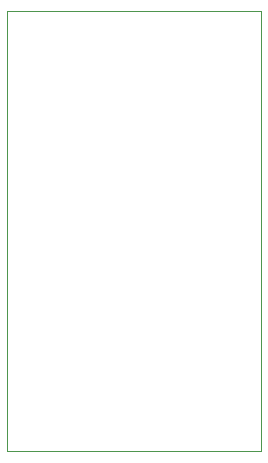
<source format=gm1>
G04 #@! TF.GenerationSoftware,KiCad,Pcbnew,(6.0.5)*
G04 #@! TF.CreationDate,2023-10-24T21:46:41+02:00*
G04 #@! TF.ProjectId,c128-u3-gal,63313238-2d75-4332-9d67-616c2e6b6963,1*
G04 #@! TF.SameCoordinates,Original*
G04 #@! TF.FileFunction,Profile,NP*
%FSLAX46Y46*%
G04 Gerber Fmt 4.6, Leading zero omitted, Abs format (unit mm)*
G04 Created by KiCad (PCBNEW (6.0.5)) date 2023-10-24 21:46:41*
%MOMM*%
%LPD*%
G01*
G04 APERTURE LIST*
G04 #@! TA.AperFunction,Profile*
%ADD10C,0.100000*%
G04 #@! TD*
G04 APERTURE END LIST*
D10*
X141376400Y-104648000D02*
X162864800Y-104648000D01*
X162864800Y-104648000D02*
X162864800Y-67386200D01*
X162864800Y-67386200D02*
X141376400Y-67386200D01*
X141376400Y-67386200D02*
X141376400Y-104648000D01*
M02*

</source>
